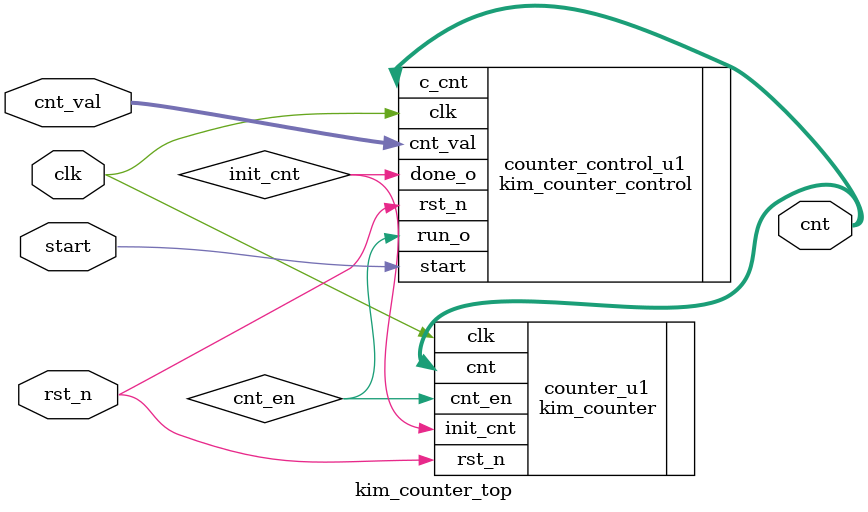
<source format=v>
module kim_counter_top #(
    parameter CNT_DATA_WIDTH = 7  // $clog2(cnt_val)
)  
(
    input   wire                            clk,
    input   wire                            rst_n,
    input   wire                            start,
    input   wire    [CNT_DATA_WIDTH-1:0]    cnt_val,

    output  wire    [CNT_DATA_WIDTH-1:0]    cnt
);

wire    cnt_en;
wire    init_cnt;

kim_counter_control #(
  .CNT_DATA_WIDTH ( CNT_DATA_WIDTH )
) 
counter_control_u1 (
    .clk            (clk     ),
    .rst_n          (rst_n   ),
    .start          (start   ),
    .cnt_val        (cnt_val ),
    .c_cnt          (cnt     ),   // current count value

    .run_o          (cnt_en  ),
    .done_o         (init_cnt)
);

kim_counter #(
  .CNT_DATA_WIDTH ( CNT_DATA_WIDTH )
) 
counter_u1 (
    .clk            (clk     ),
    .rst_n          (rst_n   ),
    .cnt_en         (cnt_en  ),
    .init_cnt       (init_cnt),

    .cnt            (cnt     )
);


    
endmodule
</source>
